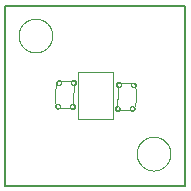
<source format=gko>
G75*
%MOIN*%
%OFA0B0*%
%FSLAX25Y25*%
%IPPOS*%
%LPD*%
%AMOC8*
5,1,8,0,0,1.08239X$1,22.5*
%
%ADD10C,0.00600*%
%ADD11C,0.00039*%
D10*
X0001300Y0001300D02*
X0001300Y0061300D01*
X0061300Y0061300D01*
X0061300Y0001300D01*
X0001300Y0001300D01*
D11*
X0025493Y0023426D02*
X0037107Y0023426D01*
X0037107Y0039174D01*
X0025493Y0039174D01*
X0025493Y0023426D01*
X0024056Y0027087D02*
X0018387Y0027087D01*
X0017875Y0027757D02*
X0017877Y0027813D01*
X0017883Y0027868D01*
X0017893Y0027922D01*
X0017906Y0027976D01*
X0017924Y0028029D01*
X0017945Y0028080D01*
X0017969Y0028130D01*
X0017997Y0028178D01*
X0018029Y0028224D01*
X0018063Y0028268D01*
X0018101Y0028309D01*
X0018141Y0028347D01*
X0018184Y0028382D01*
X0018229Y0028414D01*
X0018277Y0028443D01*
X0018326Y0028469D01*
X0018377Y0028491D01*
X0018429Y0028509D01*
X0018483Y0028523D01*
X0018538Y0028534D01*
X0018593Y0028541D01*
X0018648Y0028544D01*
X0018704Y0028543D01*
X0018759Y0028538D01*
X0018814Y0028529D01*
X0018868Y0028517D01*
X0018921Y0028500D01*
X0018973Y0028480D01*
X0019023Y0028456D01*
X0019071Y0028429D01*
X0019118Y0028399D01*
X0019162Y0028365D01*
X0019204Y0028328D01*
X0019242Y0028288D01*
X0019279Y0028246D01*
X0019312Y0028201D01*
X0019341Y0028155D01*
X0019368Y0028106D01*
X0019390Y0028055D01*
X0019410Y0028003D01*
X0019425Y0027949D01*
X0019437Y0027895D01*
X0019445Y0027840D01*
X0019449Y0027785D01*
X0019449Y0027729D01*
X0019445Y0027674D01*
X0019437Y0027619D01*
X0019425Y0027565D01*
X0019410Y0027511D01*
X0019390Y0027459D01*
X0019368Y0027408D01*
X0019341Y0027359D01*
X0019312Y0027313D01*
X0019279Y0027268D01*
X0019242Y0027226D01*
X0019204Y0027186D01*
X0019162Y0027149D01*
X0019118Y0027115D01*
X0019071Y0027085D01*
X0019023Y0027058D01*
X0018973Y0027034D01*
X0018921Y0027014D01*
X0018868Y0026997D01*
X0018814Y0026985D01*
X0018759Y0026976D01*
X0018704Y0026971D01*
X0018648Y0026970D01*
X0018593Y0026973D01*
X0018538Y0026980D01*
X0018483Y0026991D01*
X0018429Y0027005D01*
X0018377Y0027023D01*
X0018326Y0027045D01*
X0018277Y0027071D01*
X0018229Y0027100D01*
X0018184Y0027132D01*
X0018141Y0027167D01*
X0018101Y0027205D01*
X0018063Y0027246D01*
X0018029Y0027290D01*
X0017997Y0027336D01*
X0017969Y0027384D01*
X0017945Y0027434D01*
X0017924Y0027485D01*
X0017906Y0027538D01*
X0017893Y0027592D01*
X0017883Y0027646D01*
X0017877Y0027701D01*
X0017875Y0027757D01*
X0022836Y0027639D02*
X0022838Y0027695D01*
X0022844Y0027750D01*
X0022854Y0027804D01*
X0022867Y0027858D01*
X0022885Y0027911D01*
X0022906Y0027962D01*
X0022930Y0028012D01*
X0022958Y0028060D01*
X0022990Y0028106D01*
X0023024Y0028150D01*
X0023062Y0028191D01*
X0023102Y0028229D01*
X0023145Y0028264D01*
X0023190Y0028296D01*
X0023238Y0028325D01*
X0023287Y0028351D01*
X0023338Y0028373D01*
X0023390Y0028391D01*
X0023444Y0028405D01*
X0023499Y0028416D01*
X0023554Y0028423D01*
X0023609Y0028426D01*
X0023665Y0028425D01*
X0023720Y0028420D01*
X0023775Y0028411D01*
X0023829Y0028399D01*
X0023882Y0028382D01*
X0023934Y0028362D01*
X0023984Y0028338D01*
X0024032Y0028311D01*
X0024079Y0028281D01*
X0024123Y0028247D01*
X0024165Y0028210D01*
X0024203Y0028170D01*
X0024240Y0028128D01*
X0024273Y0028083D01*
X0024302Y0028037D01*
X0024329Y0027988D01*
X0024351Y0027937D01*
X0024371Y0027885D01*
X0024386Y0027831D01*
X0024398Y0027777D01*
X0024406Y0027722D01*
X0024410Y0027667D01*
X0024410Y0027611D01*
X0024406Y0027556D01*
X0024398Y0027501D01*
X0024386Y0027447D01*
X0024371Y0027393D01*
X0024351Y0027341D01*
X0024329Y0027290D01*
X0024302Y0027241D01*
X0024273Y0027195D01*
X0024240Y0027150D01*
X0024203Y0027108D01*
X0024165Y0027068D01*
X0024123Y0027031D01*
X0024079Y0026997D01*
X0024032Y0026967D01*
X0023984Y0026940D01*
X0023934Y0026916D01*
X0023882Y0026896D01*
X0023829Y0026879D01*
X0023775Y0026867D01*
X0023720Y0026858D01*
X0023665Y0026853D01*
X0023609Y0026852D01*
X0023554Y0026855D01*
X0023499Y0026862D01*
X0023444Y0026873D01*
X0023390Y0026887D01*
X0023338Y0026905D01*
X0023287Y0026927D01*
X0023238Y0026953D01*
X0023190Y0026982D01*
X0023145Y0027014D01*
X0023102Y0027049D01*
X0023062Y0027087D01*
X0023024Y0027128D01*
X0022990Y0027172D01*
X0022958Y0027218D01*
X0022930Y0027266D01*
X0022906Y0027316D01*
X0022885Y0027367D01*
X0022867Y0027420D01*
X0022854Y0027474D01*
X0022844Y0027528D01*
X0022838Y0027583D01*
X0022836Y0027639D01*
X0023230Y0035631D02*
X0023232Y0035687D01*
X0023238Y0035742D01*
X0023248Y0035796D01*
X0023261Y0035850D01*
X0023279Y0035903D01*
X0023300Y0035954D01*
X0023324Y0036004D01*
X0023352Y0036052D01*
X0023384Y0036098D01*
X0023418Y0036142D01*
X0023456Y0036183D01*
X0023496Y0036221D01*
X0023539Y0036256D01*
X0023584Y0036288D01*
X0023632Y0036317D01*
X0023681Y0036343D01*
X0023732Y0036365D01*
X0023784Y0036383D01*
X0023838Y0036397D01*
X0023893Y0036408D01*
X0023948Y0036415D01*
X0024003Y0036418D01*
X0024059Y0036417D01*
X0024114Y0036412D01*
X0024169Y0036403D01*
X0024223Y0036391D01*
X0024276Y0036374D01*
X0024328Y0036354D01*
X0024378Y0036330D01*
X0024426Y0036303D01*
X0024473Y0036273D01*
X0024517Y0036239D01*
X0024559Y0036202D01*
X0024597Y0036162D01*
X0024634Y0036120D01*
X0024667Y0036075D01*
X0024696Y0036029D01*
X0024723Y0035980D01*
X0024745Y0035929D01*
X0024765Y0035877D01*
X0024780Y0035823D01*
X0024792Y0035769D01*
X0024800Y0035714D01*
X0024804Y0035659D01*
X0024804Y0035603D01*
X0024800Y0035548D01*
X0024792Y0035493D01*
X0024780Y0035439D01*
X0024765Y0035385D01*
X0024745Y0035333D01*
X0024723Y0035282D01*
X0024696Y0035233D01*
X0024667Y0035187D01*
X0024634Y0035142D01*
X0024597Y0035100D01*
X0024559Y0035060D01*
X0024517Y0035023D01*
X0024473Y0034989D01*
X0024426Y0034959D01*
X0024378Y0034932D01*
X0024328Y0034908D01*
X0024276Y0034888D01*
X0024223Y0034871D01*
X0024169Y0034859D01*
X0024114Y0034850D01*
X0024059Y0034845D01*
X0024003Y0034844D01*
X0023948Y0034847D01*
X0023893Y0034854D01*
X0023838Y0034865D01*
X0023784Y0034879D01*
X0023732Y0034897D01*
X0023681Y0034919D01*
X0023632Y0034945D01*
X0023584Y0034974D01*
X0023539Y0035006D01*
X0023496Y0035041D01*
X0023456Y0035079D01*
X0023418Y0035120D01*
X0023384Y0035164D01*
X0023352Y0035210D01*
X0023324Y0035258D01*
X0023300Y0035308D01*
X0023279Y0035359D01*
X0023261Y0035412D01*
X0023248Y0035466D01*
X0023238Y0035520D01*
X0023232Y0035575D01*
X0023230Y0035631D01*
X0024489Y0036143D02*
X0018623Y0036143D01*
X0018269Y0035631D02*
X0018271Y0035687D01*
X0018277Y0035742D01*
X0018287Y0035796D01*
X0018300Y0035850D01*
X0018318Y0035903D01*
X0018339Y0035954D01*
X0018363Y0036004D01*
X0018391Y0036052D01*
X0018423Y0036098D01*
X0018457Y0036142D01*
X0018495Y0036183D01*
X0018535Y0036221D01*
X0018578Y0036256D01*
X0018623Y0036288D01*
X0018671Y0036317D01*
X0018720Y0036343D01*
X0018771Y0036365D01*
X0018823Y0036383D01*
X0018877Y0036397D01*
X0018932Y0036408D01*
X0018987Y0036415D01*
X0019042Y0036418D01*
X0019098Y0036417D01*
X0019153Y0036412D01*
X0019208Y0036403D01*
X0019262Y0036391D01*
X0019315Y0036374D01*
X0019367Y0036354D01*
X0019417Y0036330D01*
X0019465Y0036303D01*
X0019512Y0036273D01*
X0019556Y0036239D01*
X0019598Y0036202D01*
X0019636Y0036162D01*
X0019673Y0036120D01*
X0019706Y0036075D01*
X0019735Y0036029D01*
X0019762Y0035980D01*
X0019784Y0035929D01*
X0019804Y0035877D01*
X0019819Y0035823D01*
X0019831Y0035769D01*
X0019839Y0035714D01*
X0019843Y0035659D01*
X0019843Y0035603D01*
X0019839Y0035548D01*
X0019831Y0035493D01*
X0019819Y0035439D01*
X0019804Y0035385D01*
X0019784Y0035333D01*
X0019762Y0035282D01*
X0019735Y0035233D01*
X0019706Y0035187D01*
X0019673Y0035142D01*
X0019636Y0035100D01*
X0019598Y0035060D01*
X0019556Y0035023D01*
X0019512Y0034989D01*
X0019465Y0034959D01*
X0019417Y0034932D01*
X0019367Y0034908D01*
X0019315Y0034888D01*
X0019262Y0034871D01*
X0019208Y0034859D01*
X0019153Y0034850D01*
X0019098Y0034845D01*
X0019042Y0034844D01*
X0018987Y0034847D01*
X0018932Y0034854D01*
X0018877Y0034865D01*
X0018823Y0034879D01*
X0018771Y0034897D01*
X0018720Y0034919D01*
X0018671Y0034945D01*
X0018623Y0034974D01*
X0018578Y0035006D01*
X0018535Y0035041D01*
X0018495Y0035079D01*
X0018457Y0035120D01*
X0018423Y0035164D01*
X0018391Y0035210D01*
X0018363Y0035258D01*
X0018339Y0035308D01*
X0018318Y0035359D01*
X0018300Y0035412D01*
X0018287Y0035466D01*
X0018277Y0035520D01*
X0018271Y0035575D01*
X0018269Y0035631D01*
X0038544Y0035513D02*
X0038611Y0034816D01*
X0038660Y0034117D01*
X0038694Y0033418D01*
X0038710Y0032718D01*
X0038710Y0032018D01*
X0038693Y0031318D01*
X0038660Y0030619D01*
X0038610Y0029920D01*
X0038543Y0029224D01*
X0038460Y0028528D01*
X0038360Y0027835D01*
X0038244Y0027145D01*
X0038111Y0026458D01*
X0038111Y0026457D02*
X0043977Y0026457D01*
X0042757Y0026969D02*
X0042759Y0027025D01*
X0042765Y0027080D01*
X0042775Y0027134D01*
X0042788Y0027188D01*
X0042806Y0027241D01*
X0042827Y0027292D01*
X0042851Y0027342D01*
X0042879Y0027390D01*
X0042911Y0027436D01*
X0042945Y0027480D01*
X0042983Y0027521D01*
X0043023Y0027559D01*
X0043066Y0027594D01*
X0043111Y0027626D01*
X0043159Y0027655D01*
X0043208Y0027681D01*
X0043259Y0027703D01*
X0043311Y0027721D01*
X0043365Y0027735D01*
X0043420Y0027746D01*
X0043475Y0027753D01*
X0043530Y0027756D01*
X0043586Y0027755D01*
X0043641Y0027750D01*
X0043696Y0027741D01*
X0043750Y0027729D01*
X0043803Y0027712D01*
X0043855Y0027692D01*
X0043905Y0027668D01*
X0043953Y0027641D01*
X0044000Y0027611D01*
X0044044Y0027577D01*
X0044086Y0027540D01*
X0044124Y0027500D01*
X0044161Y0027458D01*
X0044194Y0027413D01*
X0044223Y0027367D01*
X0044250Y0027318D01*
X0044272Y0027267D01*
X0044292Y0027215D01*
X0044307Y0027161D01*
X0044319Y0027107D01*
X0044327Y0027052D01*
X0044331Y0026997D01*
X0044331Y0026941D01*
X0044327Y0026886D01*
X0044319Y0026831D01*
X0044307Y0026777D01*
X0044292Y0026723D01*
X0044272Y0026671D01*
X0044250Y0026620D01*
X0044223Y0026571D01*
X0044194Y0026525D01*
X0044161Y0026480D01*
X0044124Y0026438D01*
X0044086Y0026398D01*
X0044044Y0026361D01*
X0044000Y0026327D01*
X0043953Y0026297D01*
X0043905Y0026270D01*
X0043855Y0026246D01*
X0043803Y0026226D01*
X0043750Y0026209D01*
X0043696Y0026197D01*
X0043641Y0026188D01*
X0043586Y0026183D01*
X0043530Y0026182D01*
X0043475Y0026185D01*
X0043420Y0026192D01*
X0043365Y0026203D01*
X0043311Y0026217D01*
X0043259Y0026235D01*
X0043208Y0026257D01*
X0043159Y0026283D01*
X0043111Y0026312D01*
X0043066Y0026344D01*
X0043023Y0026379D01*
X0042983Y0026417D01*
X0042945Y0026458D01*
X0042911Y0026502D01*
X0042879Y0026548D01*
X0042851Y0026596D01*
X0042827Y0026646D01*
X0042806Y0026697D01*
X0042788Y0026750D01*
X0042775Y0026804D01*
X0042765Y0026858D01*
X0042759Y0026913D01*
X0042757Y0026969D01*
X0037796Y0026969D02*
X0037798Y0027025D01*
X0037804Y0027080D01*
X0037814Y0027134D01*
X0037827Y0027188D01*
X0037845Y0027241D01*
X0037866Y0027292D01*
X0037890Y0027342D01*
X0037918Y0027390D01*
X0037950Y0027436D01*
X0037984Y0027480D01*
X0038022Y0027521D01*
X0038062Y0027559D01*
X0038105Y0027594D01*
X0038150Y0027626D01*
X0038198Y0027655D01*
X0038247Y0027681D01*
X0038298Y0027703D01*
X0038350Y0027721D01*
X0038404Y0027735D01*
X0038459Y0027746D01*
X0038514Y0027753D01*
X0038569Y0027756D01*
X0038625Y0027755D01*
X0038680Y0027750D01*
X0038735Y0027741D01*
X0038789Y0027729D01*
X0038842Y0027712D01*
X0038894Y0027692D01*
X0038944Y0027668D01*
X0038992Y0027641D01*
X0039039Y0027611D01*
X0039083Y0027577D01*
X0039125Y0027540D01*
X0039163Y0027500D01*
X0039200Y0027458D01*
X0039233Y0027413D01*
X0039262Y0027367D01*
X0039289Y0027318D01*
X0039311Y0027267D01*
X0039331Y0027215D01*
X0039346Y0027161D01*
X0039358Y0027107D01*
X0039366Y0027052D01*
X0039370Y0026997D01*
X0039370Y0026941D01*
X0039366Y0026886D01*
X0039358Y0026831D01*
X0039346Y0026777D01*
X0039331Y0026723D01*
X0039311Y0026671D01*
X0039289Y0026620D01*
X0039262Y0026571D01*
X0039233Y0026525D01*
X0039200Y0026480D01*
X0039163Y0026438D01*
X0039125Y0026398D01*
X0039083Y0026361D01*
X0039039Y0026327D01*
X0038992Y0026297D01*
X0038944Y0026270D01*
X0038894Y0026246D01*
X0038842Y0026226D01*
X0038789Y0026209D01*
X0038735Y0026197D01*
X0038680Y0026188D01*
X0038625Y0026183D01*
X0038569Y0026182D01*
X0038514Y0026185D01*
X0038459Y0026192D01*
X0038404Y0026203D01*
X0038350Y0026217D01*
X0038298Y0026235D01*
X0038247Y0026257D01*
X0038198Y0026283D01*
X0038150Y0026312D01*
X0038105Y0026344D01*
X0038062Y0026379D01*
X0038022Y0026417D01*
X0037984Y0026458D01*
X0037950Y0026502D01*
X0037918Y0026548D01*
X0037890Y0026596D01*
X0037866Y0026646D01*
X0037845Y0026697D01*
X0037827Y0026750D01*
X0037814Y0026804D01*
X0037804Y0026858D01*
X0037798Y0026913D01*
X0037796Y0026969D01*
X0018387Y0027088D02*
X0018289Y0027415D01*
X0018199Y0027744D01*
X0018117Y0028076D01*
X0018044Y0028410D01*
X0017978Y0028745D01*
X0017921Y0029082D01*
X0017871Y0029420D01*
X0017831Y0029759D01*
X0017798Y0030099D01*
X0017774Y0030440D01*
X0017757Y0030781D01*
X0017750Y0031122D01*
X0017750Y0031464D01*
X0017759Y0031805D01*
X0017776Y0032147D01*
X0017802Y0032487D01*
X0017836Y0032827D01*
X0017878Y0033166D01*
X0017928Y0033504D01*
X0017987Y0033841D01*
X0018054Y0034176D01*
X0018128Y0034509D01*
X0018211Y0034840D01*
X0018302Y0035170D01*
X0018401Y0035497D01*
X0018508Y0035821D01*
X0018623Y0036143D01*
X0044213Y0035512D02*
X0044311Y0035185D01*
X0044401Y0034856D01*
X0044483Y0034524D01*
X0044556Y0034190D01*
X0044622Y0033855D01*
X0044679Y0033518D01*
X0044729Y0033180D01*
X0044769Y0032841D01*
X0044802Y0032501D01*
X0044826Y0032160D01*
X0044843Y0031819D01*
X0044850Y0031478D01*
X0044850Y0031136D01*
X0044841Y0030795D01*
X0044824Y0030453D01*
X0044798Y0030113D01*
X0044764Y0029773D01*
X0044722Y0029434D01*
X0044672Y0029096D01*
X0044613Y0028759D01*
X0044546Y0028424D01*
X0044472Y0028091D01*
X0044389Y0027760D01*
X0044298Y0027430D01*
X0044199Y0027103D01*
X0044092Y0026779D01*
X0043977Y0026457D01*
X0043151Y0034843D02*
X0043153Y0034899D01*
X0043159Y0034954D01*
X0043169Y0035008D01*
X0043182Y0035062D01*
X0043200Y0035115D01*
X0043221Y0035166D01*
X0043245Y0035216D01*
X0043273Y0035264D01*
X0043305Y0035310D01*
X0043339Y0035354D01*
X0043377Y0035395D01*
X0043417Y0035433D01*
X0043460Y0035468D01*
X0043505Y0035500D01*
X0043553Y0035529D01*
X0043602Y0035555D01*
X0043653Y0035577D01*
X0043705Y0035595D01*
X0043759Y0035609D01*
X0043814Y0035620D01*
X0043869Y0035627D01*
X0043924Y0035630D01*
X0043980Y0035629D01*
X0044035Y0035624D01*
X0044090Y0035615D01*
X0044144Y0035603D01*
X0044197Y0035586D01*
X0044249Y0035566D01*
X0044299Y0035542D01*
X0044347Y0035515D01*
X0044394Y0035485D01*
X0044438Y0035451D01*
X0044480Y0035414D01*
X0044518Y0035374D01*
X0044555Y0035332D01*
X0044588Y0035287D01*
X0044617Y0035241D01*
X0044644Y0035192D01*
X0044666Y0035141D01*
X0044686Y0035089D01*
X0044701Y0035035D01*
X0044713Y0034981D01*
X0044721Y0034926D01*
X0044725Y0034871D01*
X0044725Y0034815D01*
X0044721Y0034760D01*
X0044713Y0034705D01*
X0044701Y0034651D01*
X0044686Y0034597D01*
X0044666Y0034545D01*
X0044644Y0034494D01*
X0044617Y0034445D01*
X0044588Y0034399D01*
X0044555Y0034354D01*
X0044518Y0034312D01*
X0044480Y0034272D01*
X0044438Y0034235D01*
X0044394Y0034201D01*
X0044347Y0034171D01*
X0044299Y0034144D01*
X0044249Y0034120D01*
X0044197Y0034100D01*
X0044144Y0034083D01*
X0044090Y0034071D01*
X0044035Y0034062D01*
X0043980Y0034057D01*
X0043924Y0034056D01*
X0043869Y0034059D01*
X0043814Y0034066D01*
X0043759Y0034077D01*
X0043705Y0034091D01*
X0043653Y0034109D01*
X0043602Y0034131D01*
X0043553Y0034157D01*
X0043505Y0034186D01*
X0043460Y0034218D01*
X0043417Y0034253D01*
X0043377Y0034291D01*
X0043339Y0034332D01*
X0043305Y0034376D01*
X0043273Y0034422D01*
X0043245Y0034470D01*
X0043221Y0034520D01*
X0043200Y0034571D01*
X0043182Y0034624D01*
X0043169Y0034678D01*
X0043159Y0034732D01*
X0043153Y0034787D01*
X0043151Y0034843D01*
X0044213Y0035513D02*
X0038544Y0035513D01*
X0038190Y0034961D02*
X0038192Y0035017D01*
X0038198Y0035072D01*
X0038208Y0035126D01*
X0038221Y0035180D01*
X0038239Y0035233D01*
X0038260Y0035284D01*
X0038284Y0035334D01*
X0038312Y0035382D01*
X0038344Y0035428D01*
X0038378Y0035472D01*
X0038416Y0035513D01*
X0038456Y0035551D01*
X0038499Y0035586D01*
X0038544Y0035618D01*
X0038592Y0035647D01*
X0038641Y0035673D01*
X0038692Y0035695D01*
X0038744Y0035713D01*
X0038798Y0035727D01*
X0038853Y0035738D01*
X0038908Y0035745D01*
X0038963Y0035748D01*
X0039019Y0035747D01*
X0039074Y0035742D01*
X0039129Y0035733D01*
X0039183Y0035721D01*
X0039236Y0035704D01*
X0039288Y0035684D01*
X0039338Y0035660D01*
X0039386Y0035633D01*
X0039433Y0035603D01*
X0039477Y0035569D01*
X0039519Y0035532D01*
X0039557Y0035492D01*
X0039594Y0035450D01*
X0039627Y0035405D01*
X0039656Y0035359D01*
X0039683Y0035310D01*
X0039705Y0035259D01*
X0039725Y0035207D01*
X0039740Y0035153D01*
X0039752Y0035099D01*
X0039760Y0035044D01*
X0039764Y0034989D01*
X0039764Y0034933D01*
X0039760Y0034878D01*
X0039752Y0034823D01*
X0039740Y0034769D01*
X0039725Y0034715D01*
X0039705Y0034663D01*
X0039683Y0034612D01*
X0039656Y0034563D01*
X0039627Y0034517D01*
X0039594Y0034472D01*
X0039557Y0034430D01*
X0039519Y0034390D01*
X0039477Y0034353D01*
X0039433Y0034319D01*
X0039386Y0034289D01*
X0039338Y0034262D01*
X0039288Y0034238D01*
X0039236Y0034218D01*
X0039183Y0034201D01*
X0039129Y0034189D01*
X0039074Y0034180D01*
X0039019Y0034175D01*
X0038963Y0034174D01*
X0038908Y0034177D01*
X0038853Y0034184D01*
X0038798Y0034195D01*
X0038744Y0034209D01*
X0038692Y0034227D01*
X0038641Y0034249D01*
X0038592Y0034275D01*
X0038544Y0034304D01*
X0038499Y0034336D01*
X0038456Y0034371D01*
X0038416Y0034409D01*
X0038378Y0034450D01*
X0038344Y0034494D01*
X0038312Y0034540D01*
X0038284Y0034588D01*
X0038260Y0034638D01*
X0038239Y0034689D01*
X0038221Y0034742D01*
X0038208Y0034796D01*
X0038198Y0034850D01*
X0038192Y0034905D01*
X0038190Y0034961D01*
X0024489Y0036142D02*
X0024356Y0035455D01*
X0024240Y0034765D01*
X0024140Y0034072D01*
X0024057Y0033376D01*
X0023990Y0032680D01*
X0023940Y0031981D01*
X0023907Y0031282D01*
X0023890Y0030582D01*
X0023890Y0029882D01*
X0023906Y0029182D01*
X0023940Y0028483D01*
X0023989Y0027784D01*
X0024056Y0027087D01*
X0005670Y0051300D02*
X0005672Y0051450D01*
X0005678Y0051600D01*
X0005688Y0051749D01*
X0005702Y0051898D01*
X0005720Y0052047D01*
X0005742Y0052196D01*
X0005767Y0052343D01*
X0005797Y0052490D01*
X0005831Y0052636D01*
X0005868Y0052781D01*
X0005910Y0052925D01*
X0005955Y0053068D01*
X0006004Y0053210D01*
X0006057Y0053350D01*
X0006113Y0053489D01*
X0006173Y0053626D01*
X0006237Y0053762D01*
X0006304Y0053896D01*
X0006375Y0054028D01*
X0006449Y0054158D01*
X0006527Y0054286D01*
X0006608Y0054412D01*
X0006693Y0054536D01*
X0006781Y0054658D01*
X0006872Y0054777D01*
X0006966Y0054893D01*
X0007063Y0055007D01*
X0007163Y0055119D01*
X0007266Y0055228D01*
X0007372Y0055334D01*
X0007481Y0055437D01*
X0007593Y0055537D01*
X0007707Y0055634D01*
X0007823Y0055728D01*
X0007942Y0055819D01*
X0008064Y0055907D01*
X0008188Y0055992D01*
X0008314Y0056073D01*
X0008442Y0056151D01*
X0008572Y0056225D01*
X0008704Y0056296D01*
X0008838Y0056363D01*
X0008974Y0056427D01*
X0009111Y0056487D01*
X0009250Y0056543D01*
X0009390Y0056596D01*
X0009532Y0056645D01*
X0009675Y0056690D01*
X0009819Y0056732D01*
X0009964Y0056769D01*
X0010110Y0056803D01*
X0010257Y0056833D01*
X0010404Y0056858D01*
X0010553Y0056880D01*
X0010702Y0056898D01*
X0010851Y0056912D01*
X0011000Y0056922D01*
X0011150Y0056928D01*
X0011300Y0056930D01*
X0011450Y0056928D01*
X0011600Y0056922D01*
X0011749Y0056912D01*
X0011898Y0056898D01*
X0012047Y0056880D01*
X0012196Y0056858D01*
X0012343Y0056833D01*
X0012490Y0056803D01*
X0012636Y0056769D01*
X0012781Y0056732D01*
X0012925Y0056690D01*
X0013068Y0056645D01*
X0013210Y0056596D01*
X0013350Y0056543D01*
X0013489Y0056487D01*
X0013626Y0056427D01*
X0013762Y0056363D01*
X0013896Y0056296D01*
X0014028Y0056225D01*
X0014158Y0056151D01*
X0014286Y0056073D01*
X0014412Y0055992D01*
X0014536Y0055907D01*
X0014658Y0055819D01*
X0014777Y0055728D01*
X0014893Y0055634D01*
X0015007Y0055537D01*
X0015119Y0055437D01*
X0015228Y0055334D01*
X0015334Y0055228D01*
X0015437Y0055119D01*
X0015537Y0055007D01*
X0015634Y0054893D01*
X0015728Y0054777D01*
X0015819Y0054658D01*
X0015907Y0054536D01*
X0015992Y0054412D01*
X0016073Y0054286D01*
X0016151Y0054158D01*
X0016225Y0054028D01*
X0016296Y0053896D01*
X0016363Y0053762D01*
X0016427Y0053626D01*
X0016487Y0053489D01*
X0016543Y0053350D01*
X0016596Y0053210D01*
X0016645Y0053068D01*
X0016690Y0052925D01*
X0016732Y0052781D01*
X0016769Y0052636D01*
X0016803Y0052490D01*
X0016833Y0052343D01*
X0016858Y0052196D01*
X0016880Y0052047D01*
X0016898Y0051898D01*
X0016912Y0051749D01*
X0016922Y0051600D01*
X0016928Y0051450D01*
X0016930Y0051300D01*
X0016928Y0051150D01*
X0016922Y0051000D01*
X0016912Y0050851D01*
X0016898Y0050702D01*
X0016880Y0050553D01*
X0016858Y0050404D01*
X0016833Y0050257D01*
X0016803Y0050110D01*
X0016769Y0049964D01*
X0016732Y0049819D01*
X0016690Y0049675D01*
X0016645Y0049532D01*
X0016596Y0049390D01*
X0016543Y0049250D01*
X0016487Y0049111D01*
X0016427Y0048974D01*
X0016363Y0048838D01*
X0016296Y0048704D01*
X0016225Y0048572D01*
X0016151Y0048442D01*
X0016073Y0048314D01*
X0015992Y0048188D01*
X0015907Y0048064D01*
X0015819Y0047942D01*
X0015728Y0047823D01*
X0015634Y0047707D01*
X0015537Y0047593D01*
X0015437Y0047481D01*
X0015334Y0047372D01*
X0015228Y0047266D01*
X0015119Y0047163D01*
X0015007Y0047063D01*
X0014893Y0046966D01*
X0014777Y0046872D01*
X0014658Y0046781D01*
X0014536Y0046693D01*
X0014412Y0046608D01*
X0014286Y0046527D01*
X0014158Y0046449D01*
X0014028Y0046375D01*
X0013896Y0046304D01*
X0013762Y0046237D01*
X0013626Y0046173D01*
X0013489Y0046113D01*
X0013350Y0046057D01*
X0013210Y0046004D01*
X0013068Y0045955D01*
X0012925Y0045910D01*
X0012781Y0045868D01*
X0012636Y0045831D01*
X0012490Y0045797D01*
X0012343Y0045767D01*
X0012196Y0045742D01*
X0012047Y0045720D01*
X0011898Y0045702D01*
X0011749Y0045688D01*
X0011600Y0045678D01*
X0011450Y0045672D01*
X0011300Y0045670D01*
X0011150Y0045672D01*
X0011000Y0045678D01*
X0010851Y0045688D01*
X0010702Y0045702D01*
X0010553Y0045720D01*
X0010404Y0045742D01*
X0010257Y0045767D01*
X0010110Y0045797D01*
X0009964Y0045831D01*
X0009819Y0045868D01*
X0009675Y0045910D01*
X0009532Y0045955D01*
X0009390Y0046004D01*
X0009250Y0046057D01*
X0009111Y0046113D01*
X0008974Y0046173D01*
X0008838Y0046237D01*
X0008704Y0046304D01*
X0008572Y0046375D01*
X0008442Y0046449D01*
X0008314Y0046527D01*
X0008188Y0046608D01*
X0008064Y0046693D01*
X0007942Y0046781D01*
X0007823Y0046872D01*
X0007707Y0046966D01*
X0007593Y0047063D01*
X0007481Y0047163D01*
X0007372Y0047266D01*
X0007266Y0047372D01*
X0007163Y0047481D01*
X0007063Y0047593D01*
X0006966Y0047707D01*
X0006872Y0047823D01*
X0006781Y0047942D01*
X0006693Y0048064D01*
X0006608Y0048188D01*
X0006527Y0048314D01*
X0006449Y0048442D01*
X0006375Y0048572D01*
X0006304Y0048704D01*
X0006237Y0048838D01*
X0006173Y0048974D01*
X0006113Y0049111D01*
X0006057Y0049250D01*
X0006004Y0049390D01*
X0005955Y0049532D01*
X0005910Y0049675D01*
X0005868Y0049819D01*
X0005831Y0049964D01*
X0005797Y0050110D01*
X0005767Y0050257D01*
X0005742Y0050404D01*
X0005720Y0050553D01*
X0005702Y0050702D01*
X0005688Y0050851D01*
X0005678Y0051000D01*
X0005672Y0051150D01*
X0005670Y0051300D01*
X0045040Y0011930D02*
X0045042Y0012080D01*
X0045048Y0012230D01*
X0045058Y0012379D01*
X0045072Y0012528D01*
X0045090Y0012677D01*
X0045112Y0012826D01*
X0045137Y0012973D01*
X0045167Y0013120D01*
X0045201Y0013266D01*
X0045238Y0013411D01*
X0045280Y0013555D01*
X0045325Y0013698D01*
X0045374Y0013840D01*
X0045427Y0013980D01*
X0045483Y0014119D01*
X0045543Y0014256D01*
X0045607Y0014392D01*
X0045674Y0014526D01*
X0045745Y0014658D01*
X0045819Y0014788D01*
X0045897Y0014916D01*
X0045978Y0015042D01*
X0046063Y0015166D01*
X0046151Y0015288D01*
X0046242Y0015407D01*
X0046336Y0015523D01*
X0046433Y0015637D01*
X0046533Y0015749D01*
X0046636Y0015858D01*
X0046742Y0015964D01*
X0046851Y0016067D01*
X0046963Y0016167D01*
X0047077Y0016264D01*
X0047193Y0016358D01*
X0047312Y0016449D01*
X0047434Y0016537D01*
X0047558Y0016622D01*
X0047684Y0016703D01*
X0047812Y0016781D01*
X0047942Y0016855D01*
X0048074Y0016926D01*
X0048208Y0016993D01*
X0048344Y0017057D01*
X0048481Y0017117D01*
X0048620Y0017173D01*
X0048760Y0017226D01*
X0048902Y0017275D01*
X0049045Y0017320D01*
X0049189Y0017362D01*
X0049334Y0017399D01*
X0049480Y0017433D01*
X0049627Y0017463D01*
X0049774Y0017488D01*
X0049923Y0017510D01*
X0050072Y0017528D01*
X0050221Y0017542D01*
X0050370Y0017552D01*
X0050520Y0017558D01*
X0050670Y0017560D01*
X0050820Y0017558D01*
X0050970Y0017552D01*
X0051119Y0017542D01*
X0051268Y0017528D01*
X0051417Y0017510D01*
X0051566Y0017488D01*
X0051713Y0017463D01*
X0051860Y0017433D01*
X0052006Y0017399D01*
X0052151Y0017362D01*
X0052295Y0017320D01*
X0052438Y0017275D01*
X0052580Y0017226D01*
X0052720Y0017173D01*
X0052859Y0017117D01*
X0052996Y0017057D01*
X0053132Y0016993D01*
X0053266Y0016926D01*
X0053398Y0016855D01*
X0053528Y0016781D01*
X0053656Y0016703D01*
X0053782Y0016622D01*
X0053906Y0016537D01*
X0054028Y0016449D01*
X0054147Y0016358D01*
X0054263Y0016264D01*
X0054377Y0016167D01*
X0054489Y0016067D01*
X0054598Y0015964D01*
X0054704Y0015858D01*
X0054807Y0015749D01*
X0054907Y0015637D01*
X0055004Y0015523D01*
X0055098Y0015407D01*
X0055189Y0015288D01*
X0055277Y0015166D01*
X0055362Y0015042D01*
X0055443Y0014916D01*
X0055521Y0014788D01*
X0055595Y0014658D01*
X0055666Y0014526D01*
X0055733Y0014392D01*
X0055797Y0014256D01*
X0055857Y0014119D01*
X0055913Y0013980D01*
X0055966Y0013840D01*
X0056015Y0013698D01*
X0056060Y0013555D01*
X0056102Y0013411D01*
X0056139Y0013266D01*
X0056173Y0013120D01*
X0056203Y0012973D01*
X0056228Y0012826D01*
X0056250Y0012677D01*
X0056268Y0012528D01*
X0056282Y0012379D01*
X0056292Y0012230D01*
X0056298Y0012080D01*
X0056300Y0011930D01*
X0056298Y0011780D01*
X0056292Y0011630D01*
X0056282Y0011481D01*
X0056268Y0011332D01*
X0056250Y0011183D01*
X0056228Y0011034D01*
X0056203Y0010887D01*
X0056173Y0010740D01*
X0056139Y0010594D01*
X0056102Y0010449D01*
X0056060Y0010305D01*
X0056015Y0010162D01*
X0055966Y0010020D01*
X0055913Y0009880D01*
X0055857Y0009741D01*
X0055797Y0009604D01*
X0055733Y0009468D01*
X0055666Y0009334D01*
X0055595Y0009202D01*
X0055521Y0009072D01*
X0055443Y0008944D01*
X0055362Y0008818D01*
X0055277Y0008694D01*
X0055189Y0008572D01*
X0055098Y0008453D01*
X0055004Y0008337D01*
X0054907Y0008223D01*
X0054807Y0008111D01*
X0054704Y0008002D01*
X0054598Y0007896D01*
X0054489Y0007793D01*
X0054377Y0007693D01*
X0054263Y0007596D01*
X0054147Y0007502D01*
X0054028Y0007411D01*
X0053906Y0007323D01*
X0053782Y0007238D01*
X0053656Y0007157D01*
X0053528Y0007079D01*
X0053398Y0007005D01*
X0053266Y0006934D01*
X0053132Y0006867D01*
X0052996Y0006803D01*
X0052859Y0006743D01*
X0052720Y0006687D01*
X0052580Y0006634D01*
X0052438Y0006585D01*
X0052295Y0006540D01*
X0052151Y0006498D01*
X0052006Y0006461D01*
X0051860Y0006427D01*
X0051713Y0006397D01*
X0051566Y0006372D01*
X0051417Y0006350D01*
X0051268Y0006332D01*
X0051119Y0006318D01*
X0050970Y0006308D01*
X0050820Y0006302D01*
X0050670Y0006300D01*
X0050520Y0006302D01*
X0050370Y0006308D01*
X0050221Y0006318D01*
X0050072Y0006332D01*
X0049923Y0006350D01*
X0049774Y0006372D01*
X0049627Y0006397D01*
X0049480Y0006427D01*
X0049334Y0006461D01*
X0049189Y0006498D01*
X0049045Y0006540D01*
X0048902Y0006585D01*
X0048760Y0006634D01*
X0048620Y0006687D01*
X0048481Y0006743D01*
X0048344Y0006803D01*
X0048208Y0006867D01*
X0048074Y0006934D01*
X0047942Y0007005D01*
X0047812Y0007079D01*
X0047684Y0007157D01*
X0047558Y0007238D01*
X0047434Y0007323D01*
X0047312Y0007411D01*
X0047193Y0007502D01*
X0047077Y0007596D01*
X0046963Y0007693D01*
X0046851Y0007793D01*
X0046742Y0007896D01*
X0046636Y0008002D01*
X0046533Y0008111D01*
X0046433Y0008223D01*
X0046336Y0008337D01*
X0046242Y0008453D01*
X0046151Y0008572D01*
X0046063Y0008694D01*
X0045978Y0008818D01*
X0045897Y0008944D01*
X0045819Y0009072D01*
X0045745Y0009202D01*
X0045674Y0009334D01*
X0045607Y0009468D01*
X0045543Y0009604D01*
X0045483Y0009741D01*
X0045427Y0009880D01*
X0045374Y0010020D01*
X0045325Y0010162D01*
X0045280Y0010305D01*
X0045238Y0010449D01*
X0045201Y0010594D01*
X0045167Y0010740D01*
X0045137Y0010887D01*
X0045112Y0011034D01*
X0045090Y0011183D01*
X0045072Y0011332D01*
X0045058Y0011481D01*
X0045048Y0011630D01*
X0045042Y0011780D01*
X0045040Y0011930D01*
M02*

</source>
